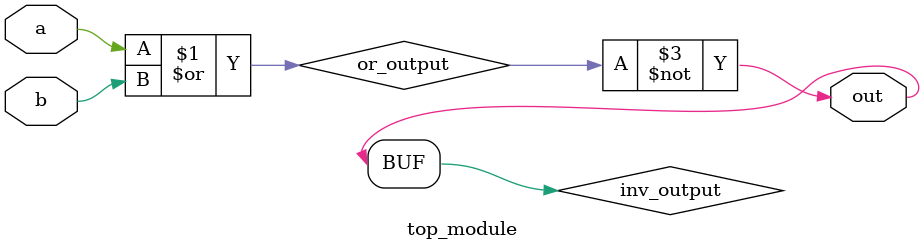
<source format=sv>
module top_module(
    input a, 
    input b,
    output out
);

    wire or_output;
    reg inv_output;
    
    assign or_output = a | b;
    always @(or_output)
        inv_output = ~or_output;
    
    assign out = inv_output;
    
endmodule

</source>
